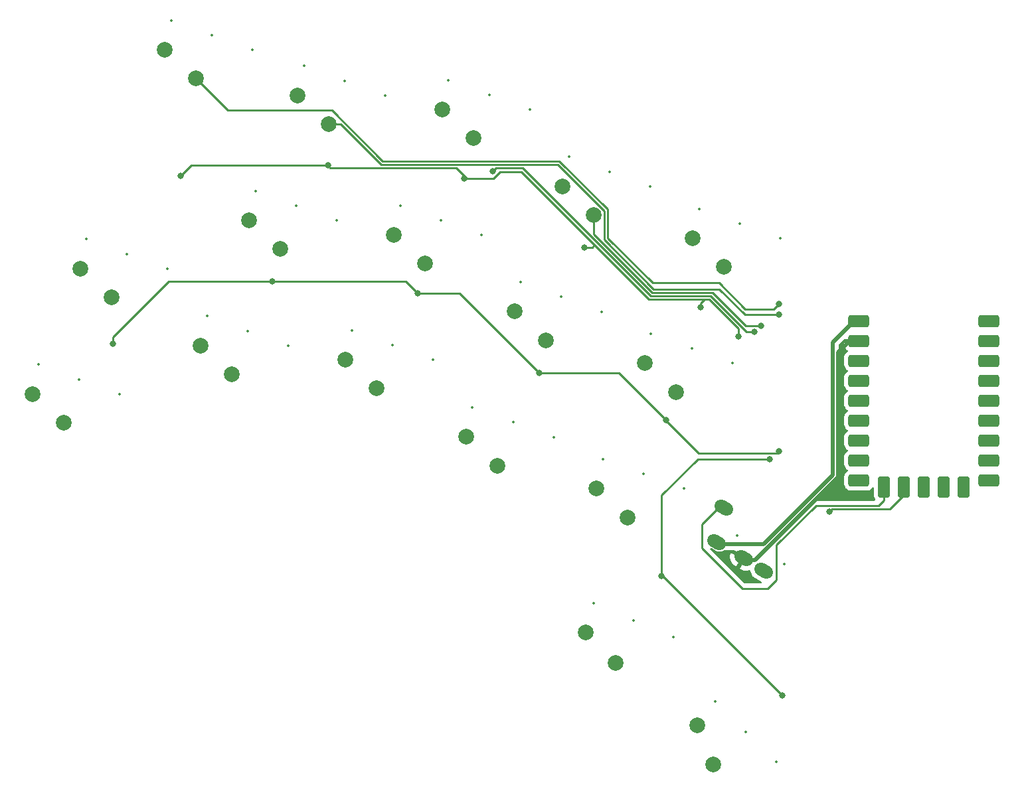
<source format=gbr>
%TF.GenerationSoftware,KiCad,Pcbnew,(6.0.11)*%
%TF.CreationDate,2024-04-13T23:12:41+09:00*%
%TF.ProjectId,haqua34_left,68617175-6133-4345-9f6c-6566742e6b69,rev?*%
%TF.SameCoordinates,Original*%
%TF.FileFunction,Copper,L1,Top*%
%TF.FilePolarity,Positive*%
%FSLAX46Y46*%
G04 Gerber Fmt 4.6, Leading zero omitted, Abs format (unit mm)*
G04 Created by KiCad (PCBNEW (6.0.11)) date 2024-04-13 23:12:41*
%MOMM*%
%LPD*%
G01*
G04 APERTURE LIST*
G04 Aperture macros list*
%AMRoundRect*
0 Rectangle with rounded corners*
0 $1 Rounding radius*
0 $2 $3 $4 $5 $6 $7 $8 $9 X,Y pos of 4 corners*
0 Add a 4 corners polygon primitive as box body*
4,1,4,$2,$3,$4,$5,$6,$7,$8,$9,$2,$3,0*
0 Add four circle primitives for the rounded corners*
1,1,$1+$1,$2,$3*
1,1,$1+$1,$4,$5*
1,1,$1+$1,$6,$7*
1,1,$1+$1,$8,$9*
0 Add four rect primitives between the rounded corners*
20,1,$1+$1,$2,$3,$4,$5,0*
20,1,$1+$1,$4,$5,$6,$7,0*
20,1,$1+$1,$6,$7,$8,$9,0*
20,1,$1+$1,$8,$9,$2,$3,0*%
%AMHorizOval*
0 Thick line with rounded ends*
0 $1 width*
0 $2 $3 position (X,Y) of the first rounded end (center of the circle)*
0 $4 $5 position (X,Y) of the second rounded end (center of the circle)*
0 Add line between two ends*
20,1,$1,$2,$3,$4,$5,0*
0 Add two circle primitives to create the rounded ends*
1,1,$1,$2,$3*
1,1,$1,$4,$5*%
G04 Aperture macros list end*
%TA.AperFunction,ComponentPad*%
%ADD10HorizOval,1.700000X-0.341056X0.208999X0.341056X-0.208999X0*%
%TD*%
%TA.AperFunction,ComponentPad*%
%ADD11C,2.000000*%
%TD*%
%TA.AperFunction,ComponentPad*%
%ADD12RoundRect,0.400050X-0.965950X-0.400050X0.965950X-0.400050X0.965950X0.400050X-0.965950X0.400050X0*%
%TD*%
%TA.AperFunction,ComponentPad*%
%ADD13RoundRect,0.393700X-0.393700X-0.994300X0.393700X-0.994300X0.393700X0.994300X-0.393700X0.994300X0*%
%TD*%
%TA.AperFunction,ComponentPad*%
%ADD14RoundRect,0.400000X-0.400000X-0.988000X0.400000X-0.988000X0.400000X0.988000X-0.400000X0.988000X0*%
%TD*%
%TA.AperFunction,ComponentPad*%
%ADD15RoundRect,0.400000X-0.966000X-0.400000X0.966000X-0.400000X0.966000X0.400000X-0.966000X0.400000X0*%
%TD*%
%TA.AperFunction,ViaPad*%
%ADD16C,0.800000*%
%TD*%
%TA.AperFunction,Conductor*%
%ADD17C,0.250000*%
%TD*%
%TA.AperFunction,Conductor*%
%ADD18C,0.500000*%
%TD*%
%ADD19C,0.350000*%
%ADD20HorizOval,1.000000X-0.213160X0.130625X0.213160X-0.130625X0*%
G04 APERTURE END LIST*
D10*
%TO.P,J1,A*%
%TO.N,data-rx-l*%
X112786093Y-95493973D03*
%TO.P,J1,B*%
%TO.N,data-tx-l*%
X117839040Y-103516299D03*
%TO.P,J1,C*%
%TO.N,GND*%
X115281120Y-101948803D03*
%TO.P,J1,D*%
%TO.N,VCC*%
X111870559Y-99858809D03*
%TD*%
D11*
%TO.P,SW4,2,2*%
%TO.N,Net-(D4-Pad2)*%
X92201860Y-54460731D03*
%TO.P,SW4,1,1*%
%TO.N,col3*%
X96182081Y-58144186D03*
%TD*%
%TO.P,SW15,2,2*%
%TO.N,Net-(D15-Pad2)*%
X96501860Y-93035731D03*
%TO.P,SW15,1,1*%
%TO.N,col4*%
X100482081Y-96719186D03*
%TD*%
%TO.P,SW3,2,2*%
%TO.N,Net-(D3-Pad2)*%
X76851860Y-44660731D03*
%TO.P,SW3,1,1*%
%TO.N,col2*%
X80832081Y-48344186D03*
%TD*%
%TO.P,SW16,2,2*%
%TO.N,Net-(D16-Pad2)*%
X95162697Y-111394263D03*
%TO.P,SW16,1,1*%
%TO.N,col3*%
X98944686Y-115280979D03*
%TD*%
%TO.P,SW8,2,2*%
%TO.N,Net-(D8-Pad2)*%
X70701860Y-60660731D03*
%TO.P,SW8,1,1*%
%TO.N,col2*%
X74682081Y-64344186D03*
%TD*%
%TO.P,SW10,2,2*%
%TO.N,Net-(D10-Pad2)*%
X102676860Y-77035731D03*
%TO.P,SW10,1,1*%
%TO.N,col4*%
X106657081Y-80719186D03*
%TD*%
%TO.P,SW5,2,2*%
%TO.N,Net-(D5-Pad2)*%
X108826860Y-61085731D03*
%TO.P,SW5,1,1*%
%TO.N,col4*%
X112807081Y-64769186D03*
%TD*%
%TO.P,SW9,2,2*%
%TO.N,Net-(D9-Pad2)*%
X86076860Y-70435731D03*
%TO.P,SW9,1,1*%
%TO.N,col3*%
X90057081Y-74119186D03*
%TD*%
%TO.P,SW7,2,2*%
%TO.N,Net-(D7-Pad2)*%
X52226860Y-58810731D03*
%TO.P,SW7,1,1*%
%TO.N,col1*%
X56207081Y-62494186D03*
%TD*%
%TO.P,SW12,2,2*%
%TO.N,Net-(D12-Pad2)*%
X46076860Y-74785731D03*
%TO.P,SW12,1,1*%
%TO.N,col1*%
X50057081Y-78469186D03*
%TD*%
%TO.P,SW13,2,2*%
%TO.N,Net-(D13-Pad2)*%
X64526860Y-76585731D03*
%TO.P,SW13,1,1*%
%TO.N,col2*%
X68507081Y-80269186D03*
%TD*%
D12*
%TO.P,RZ1,23,5V*%
%TO.N,VCC*%
X129993000Y-71665000D03*
%TO.P,RZ1,22,GND*%
%TO.N,GND*%
X129993000Y-74205000D03*
%TO.P,RZ1,21,3V3*%
%TO.N,unconnected-(RZ1-Pad21)*%
X129993000Y-76745000D03*
%TO.P,RZ1,20,GP29*%
%TO.N,row0*%
X129993000Y-79285000D03*
%TO.P,RZ1,19,GP28*%
%TO.N,col0*%
X129993000Y-81825000D03*
%TO.P,RZ1,18,GP27*%
%TO.N,col1*%
X129993000Y-84365000D03*
%TO.P,RZ1,17,GP26*%
%TO.N,col4*%
X129993000Y-86905000D03*
%TO.P,RZ1,16,GP15*%
%TO.N,col3*%
X129993000Y-89445000D03*
%TO.P,RZ1,15,GP14*%
%TO.N,col2*%
X129993000Y-91985000D03*
D13*
%TO.P,RZ1,14,GP13/UART0_RX*%
%TO.N,data-rx-l*%
X133199000Y-92883000D03*
%TO.P,RZ1,13,GP12/UART0_TX*%
%TO.N,data-tx-l*%
X135739000Y-92883000D03*
%TO.P,RZ1,12,GP11*%
%TO.N,row1*%
X138279000Y-92883000D03*
%TO.P,RZ1,11,GP10*%
%TO.N,row2*%
X140819000Y-92883000D03*
D14*
%TO.P,RZ1,10,GP9*%
%TO.N,row3*%
X143359000Y-92883000D03*
D12*
%TO.P,RZ1,9,GP8*%
%TO.N,unconnected-(RZ1-Pad9)*%
X146565000Y-91985000D03*
%TO.P,RZ1,8,GP7*%
%TO.N,unconnected-(RZ1-Pad8)*%
X146565000Y-89445000D03*
%TO.P,RZ1,7,GP6*%
%TO.N,unconnected-(RZ1-Pad7)*%
X146565000Y-86905000D03*
%TO.P,RZ1,6,GP5*%
%TO.N,unconnected-(RZ1-Pad6)*%
X146565000Y-84365000D03*
D15*
%TO.P,RZ1,5,GP4*%
%TO.N,unconnected-(RZ1-Pad5)*%
X146565000Y-81825000D03*
%TO.P,RZ1,4,GP3*%
%TO.N,unconnected-(RZ1-Pad4)*%
X146565000Y-79285000D03*
%TO.P,RZ1,3,GP2*%
%TO.N,unconnected-(RZ1-Pad3)*%
X146565000Y-76745000D03*
%TO.P,RZ1,2,GP1*%
%TO.N,unconnected-(RZ1-Pad2)*%
X146565000Y-74205000D03*
%TO.P,RZ1,1,GP0*%
%TO.N,unconnected-(RZ1-Pad1)*%
X146565000Y-71665000D03*
%TD*%
D11*
%TO.P,SW17,2,2*%
%TO.N,Net-(D17-Pad2)*%
X109352460Y-123201472D03*
%TO.P,SW17,1,1*%
%TO.N,col4*%
X111403070Y-128221930D03*
%TD*%
%TO.P,SW2,2,2*%
%TO.N,Net-(D2-Pad2)*%
X58401860Y-42860731D03*
%TO.P,SW2,1,1*%
%TO.N,col1*%
X62382081Y-46544186D03*
%TD*%
%TO.P,SW1,2,2*%
%TO.N,Net-(D1-Pad2)*%
X41475017Y-37035731D03*
%TO.P,SW1,1,1*%
%TO.N,col0*%
X45455238Y-40719186D03*
%TD*%
%TO.P,SW14,2,2*%
%TO.N,Net-(D14-Pad2)*%
X79901860Y-86435731D03*
%TO.P,SW14,1,1*%
%TO.N,col3*%
X83882081Y-90119186D03*
%TD*%
%TO.P,SW6,2,2*%
%TO.N,Net-(D6-Pad2)*%
X30701860Y-64960731D03*
%TO.P,SW6,1,1*%
%TO.N,col0*%
X34682081Y-68644186D03*
%TD*%
%TO.P,SW11,2,2*%
%TO.N,Net-(D11-Pad2)*%
X24601860Y-80960731D03*
%TO.P,SW11,1,1*%
%TO.N,col0*%
X28582081Y-84644186D03*
%TD*%
D16*
%TO.N,row1*%
X62287500Y-51787500D03*
X109825000Y-69900000D03*
X95000000Y-62275000D03*
X79650000Y-53500000D03*
X114606581Y-73600000D03*
X43550000Y-53125000D03*
%TO.N,row2*%
X55175000Y-66600000D03*
X34882581Y-74550000D03*
X89250000Y-78275000D03*
X119825000Y-88300000D03*
X105400000Y-84275000D03*
X73725000Y-68125000D03*
%TO.N,row3*%
X120250000Y-119450000D03*
X118625000Y-89275000D03*
X104850000Y-104175000D03*
%TO.N,data-tx-l*%
X126218885Y-96018885D03*
%TO.N,col2*%
X83275000Y-52575000D03*
X116650000Y-72999500D03*
%TO.N,col3*%
X117525000Y-72275000D03*
%TO.N,col1*%
X119825000Y-70875000D03*
%TO.N,col0*%
X119800000Y-69500000D03*
%TD*%
D17*
%TO.N,row1*%
X62287500Y-51787500D02*
X62600000Y-52100000D01*
X44887500Y-51787500D02*
X43550000Y-53125000D01*
X109825000Y-69425000D02*
X110325000Y-68925000D01*
X78700000Y-52150000D02*
X80050000Y-53500000D01*
X110938604Y-68925000D02*
X110325000Y-68925000D01*
X114606581Y-73600000D02*
X114606581Y-72592977D01*
X109825000Y-69900000D02*
X109825000Y-69425000D01*
X110325000Y-68925000D02*
X109350000Y-68925000D01*
X95975000Y-62275000D02*
X96294302Y-61955698D01*
X95000000Y-62275000D02*
X95975000Y-62275000D01*
X103250000Y-68925000D02*
X96525000Y-62200000D01*
X84275305Y-52600000D02*
X83375305Y-53500000D01*
X62600000Y-52100000D02*
X68852208Y-52100000D01*
X80050000Y-53500000D02*
X79650000Y-53500000D01*
X86938604Y-52600000D02*
X84275305Y-52600000D01*
X96294302Y-61955698D02*
X86938604Y-52600000D01*
X109450000Y-68925000D02*
X103250000Y-68925000D01*
X96538604Y-62200000D02*
X96294302Y-61955698D01*
X68852208Y-52100000D02*
X68902208Y-52150000D01*
X62287500Y-51787500D02*
X44887500Y-51787500D01*
X114606581Y-72592977D02*
X110938604Y-68925000D01*
X68902208Y-52150000D02*
X78700000Y-52150000D01*
X83375305Y-53500000D02*
X80050000Y-53500000D01*
%TO.N,row2*%
X41981834Y-66600000D02*
X55175000Y-66600000D01*
X55175000Y-66600000D02*
X72200000Y-66600000D01*
X34882581Y-73699253D02*
X41981834Y-66600000D01*
X119600000Y-88525000D02*
X119825000Y-88300000D01*
X79100000Y-68125000D02*
X89250000Y-78275000D01*
X34882581Y-74550000D02*
X34882581Y-73699253D01*
X105400000Y-84275000D02*
X105400000Y-84400000D01*
X89250000Y-78275000D02*
X99400000Y-78275000D01*
X105400000Y-84400000D02*
X109525000Y-88525000D01*
X109525000Y-88525000D02*
X119600000Y-88525000D01*
X72200000Y-66600000D02*
X73725000Y-68125000D01*
X73725000Y-68125000D02*
X79100000Y-68125000D01*
X99400000Y-78275000D02*
X105400000Y-84275000D01*
%TO.N,row3*%
X118625000Y-89275000D02*
X118600000Y-89300000D01*
X118600000Y-89300000D02*
X109450000Y-89300000D01*
X104850000Y-93900000D02*
X104850000Y-104175000D01*
X120250000Y-119450000D02*
X104975000Y-104175000D01*
X104975000Y-104175000D02*
X104850000Y-104175000D01*
X109450000Y-89300000D02*
X104850000Y-93900000D01*
%TO.N,data-rx-l*%
X124520013Y-95225000D02*
X132525000Y-95225000D01*
X109950000Y-97575000D02*
X109950000Y-100600000D01*
X119496039Y-100248974D02*
X124520013Y-95225000D01*
X115125000Y-105775000D02*
X118400000Y-105775000D01*
X132525000Y-95225000D02*
X133199000Y-94551000D01*
X109950000Y-100600000D02*
X115125000Y-105775000D01*
X118400000Y-105775000D02*
X119496039Y-104678961D01*
X133199000Y-94551000D02*
X133199000Y-92195000D01*
X119496039Y-104678961D02*
X119496039Y-100248974D01*
X112851934Y-95685026D02*
X111839974Y-95685026D01*
X111839974Y-95685026D02*
X109950000Y-97575000D01*
%TO.N,data-tx-l*%
X126218885Y-96018885D02*
X126562770Y-95675000D01*
X126562770Y-95675000D02*
X133950000Y-95675000D01*
X133950000Y-95675000D02*
X135739000Y-93886000D01*
X135739000Y-93886000D02*
X135739000Y-92195000D01*
%TO.N,GND*%
X128845000Y-74205000D02*
X130659000Y-74205000D01*
D18*
X127350000Y-91581841D02*
X127350000Y-75700000D01*
X116791985Y-102139856D02*
X127350000Y-91581841D01*
X115346961Y-102139856D02*
X116791985Y-102139856D01*
D17*
X115346961Y-102139856D02*
X115543401Y-101943416D01*
D18*
X127350000Y-75700000D02*
X128845000Y-74205000D01*
%TO.N,VCC*%
X126650000Y-91291891D02*
X126650000Y-74375000D01*
X111936400Y-100049862D02*
X111995301Y-100108763D01*
D17*
X129360000Y-71665000D02*
X130659000Y-71665000D01*
D18*
X114966958Y-100100000D02*
X117841891Y-100100000D01*
X126650000Y-74375000D02*
X129360000Y-71665000D01*
X114958195Y-100108763D02*
X114966958Y-100100000D01*
X117841891Y-100100000D02*
X126650000Y-91291891D01*
X111995301Y-100108763D02*
X114958195Y-100108763D01*
D17*
%TO.N,col2*%
X83700000Y-52150000D02*
X83275000Y-52575000D01*
X111125000Y-68475000D02*
X103450000Y-68475000D01*
X103450000Y-68475000D02*
X87125000Y-52150000D01*
X87125000Y-52150000D02*
X83700000Y-52150000D01*
X116650000Y-72999500D02*
X115649500Y-72999500D01*
X115649500Y-72999500D02*
X111125000Y-68475000D01*
%TO.N,col3*%
X115575000Y-72275000D02*
X111325000Y-68025000D01*
X96182081Y-60570685D02*
X96182081Y-58144186D01*
X117525000Y-72275000D02*
X115575000Y-72275000D01*
X103636396Y-68025000D02*
X96182081Y-60570685D01*
X111325000Y-68025000D02*
X103636396Y-68025000D01*
%TO.N,col1*%
X69088604Y-51700000D02*
X63932790Y-46544186D01*
X97507081Y-57595353D02*
X91611728Y-51700000D01*
X63932790Y-46544186D02*
X62382081Y-46544186D01*
X103822792Y-67575000D02*
X97507081Y-61259289D01*
X115475000Y-70875000D02*
X112175000Y-67575000D01*
X91611728Y-51700000D02*
X69088604Y-51700000D01*
X112175000Y-67575000D02*
X103822792Y-67575000D01*
X97507081Y-61259289D02*
X97507081Y-57595353D01*
X119825000Y-70875000D02*
X115475000Y-70875000D01*
%TO.N,col0*%
X97957081Y-61072893D02*
X97957081Y-57408957D01*
X69275000Y-51250000D02*
X62800000Y-44775000D01*
X115525000Y-70150000D02*
X112175000Y-66800000D01*
X112175000Y-66800000D02*
X103684188Y-66800000D01*
X103684188Y-66800000D02*
X97957081Y-61072893D01*
X119800000Y-69500000D02*
X119150000Y-70150000D01*
X49511052Y-44775000D02*
X45455238Y-40719186D01*
X91798124Y-51250000D02*
X69275000Y-51250000D01*
X62800000Y-44775000D02*
X49511052Y-44775000D01*
X119150000Y-70150000D02*
X115525000Y-70150000D01*
X97957081Y-57408957D02*
X91798124Y-51250000D01*
%TD*%
%TA.AperFunction,Conductor*%
%TO.N,GND*%
G36*
X111218989Y-100632941D02*
G01*
X111286586Y-100674364D01*
X111729449Y-100945751D01*
X111729455Y-100945754D01*
X111732170Y-100947418D01*
X111869309Y-101013418D01*
X111875494Y-101014971D01*
X111875495Y-101014972D01*
X111964784Y-101037400D01*
X112066442Y-101062935D01*
X112072820Y-101063213D01*
X112072824Y-101063214D01*
X112263127Y-101071522D01*
X112263131Y-101071522D01*
X112269505Y-101071800D01*
X112470204Y-101039654D01*
X112660338Y-100967807D01*
X112761695Y-100903732D01*
X112801197Y-100878760D01*
X112868525Y-100859263D01*
X113953742Y-100859263D01*
X114019577Y-100877830D01*
X115197264Y-101599518D01*
X115522972Y-101799112D01*
X115570603Y-101851760D01*
X115582210Y-101921801D01*
X115564570Y-101972380D01*
X115396682Y-102246350D01*
X115396681Y-102246351D01*
X115364976Y-102298088D01*
X114797603Y-103223958D01*
X114793456Y-103239291D01*
X114794012Y-103241044D01*
X114799686Y-103246481D01*
X114959686Y-103344528D01*
X114964358Y-103347126D01*
X115111264Y-103420850D01*
X115121137Y-103424800D01*
X115331386Y-103488879D01*
X115341776Y-103491106D01*
X115559809Y-103518842D01*
X115570438Y-103519288D01*
X115790025Y-103509893D01*
X115800572Y-103508542D01*
X116019574Y-103461390D01*
X116090378Y-103466606D01*
X116147123Y-103509274D01*
X116168613Y-103555153D01*
X116211096Y-103732106D01*
X116212381Y-103737458D01*
X116214576Y-103742506D01*
X116214577Y-103742509D01*
X116225001Y-103766482D01*
X116306609Y-103954166D01*
X116437035Y-104151218D01*
X116518367Y-104236924D01*
X116595910Y-104318638D01*
X116595914Y-104318642D01*
X116599698Y-104322629D01*
X116604120Y-104325901D01*
X116604121Y-104325902D01*
X116739862Y-104426346D01*
X116739874Y-104426354D01*
X116742074Y-104427982D01*
X117524739Y-104907598D01*
X117527190Y-104908820D01*
X117527208Y-104908830D01*
X117531036Y-104910738D01*
X117583075Y-104959033D01*
X117600743Y-105027796D01*
X117578430Y-105095195D01*
X117523220Y-105139832D01*
X117474816Y-105149500D01*
X115436281Y-105149500D01*
X115368160Y-105129498D01*
X115347186Y-105112595D01*
X112078367Y-101843776D01*
X113581567Y-101843776D01*
X113582420Y-101854373D01*
X113618508Y-102071183D01*
X113621133Y-102081482D01*
X113693233Y-102289108D01*
X113697558Y-102298823D01*
X113803611Y-102491334D01*
X113809512Y-102500182D01*
X113946480Y-102672066D01*
X113953795Y-102679800D01*
X114118645Y-102826936D01*
X114125181Y-102832037D01*
X114140521Y-102842463D01*
X114142998Y-102844062D01*
X114339550Y-102964509D01*
X114354882Y-102968656D01*
X114356637Y-102968099D01*
X114362073Y-102962425D01*
X114922370Y-102048105D01*
X114926517Y-102032772D01*
X114925961Y-102031019D01*
X114920286Y-102025582D01*
X113685112Y-101268666D01*
X113671500Y-101264984D01*
X113664655Y-101273235D01*
X113624164Y-101386633D01*
X113621449Y-101396909D01*
X113583470Y-101613398D01*
X113582526Y-101623983D01*
X113581567Y-101843776D01*
X112078367Y-101843776D01*
X111064060Y-100829469D01*
X111030034Y-100767157D01*
X111035099Y-100696342D01*
X111077646Y-100639506D01*
X111144166Y-100614695D01*
X111218989Y-100632941D01*
G37*
%TD.AperFunction*%
%TA.AperFunction,Conductor*%
G36*
X130189121Y-73971002D02*
G01*
X130235614Y-74024658D01*
X130247000Y-74077000D01*
X130247000Y-74333000D01*
X130226998Y-74401121D01*
X130173342Y-74447614D01*
X130121000Y-74459000D01*
X128137115Y-74459000D01*
X128121876Y-74463475D01*
X128120671Y-74464865D01*
X128119000Y-74472548D01*
X128119000Y-74666139D01*
X128119193Y-74671065D01*
X128124786Y-74742130D01*
X128126733Y-74753457D01*
X128172936Y-74925890D01*
X128177637Y-74938136D01*
X128258304Y-75096453D01*
X128265454Y-75107464D01*
X128377274Y-75245549D01*
X128386551Y-75254826D01*
X128524637Y-75366647D01*
X128535693Y-75373827D01*
X128581928Y-75427704D01*
X128591695Y-75498026D01*
X128561893Y-75562465D01*
X128537283Y-75583788D01*
X128533874Y-75585525D01*
X128386758Y-75704658D01*
X128382607Y-75709784D01*
X128273430Y-75844606D01*
X128267625Y-75851774D01*
X128181684Y-76020444D01*
X128132688Y-76203297D01*
X128132235Y-76209047D01*
X128132235Y-76209050D01*
X128128346Y-76258472D01*
X128126500Y-76281925D01*
X128126501Y-77208074D01*
X128127306Y-77218305D01*
X128132231Y-77280889D01*
X128132688Y-77286703D01*
X128154479Y-77368028D01*
X128171558Y-77431764D01*
X128181684Y-77469556D01*
X128267625Y-77638226D01*
X128271776Y-77643352D01*
X128271778Y-77643355D01*
X128341278Y-77729179D01*
X128386758Y-77785342D01*
X128533874Y-77904475D01*
X128539757Y-77907473D01*
X128542614Y-77909328D01*
X128588850Y-77963204D01*
X128598620Y-78033525D01*
X128568820Y-78097965D01*
X128542614Y-78120672D01*
X128539757Y-78122527D01*
X128533874Y-78125525D01*
X128386758Y-78244658D01*
X128382607Y-78249784D01*
X128316599Y-78331297D01*
X128267625Y-78391774D01*
X128181684Y-78560444D01*
X128132688Y-78743297D01*
X128132235Y-78749047D01*
X128132235Y-78749050D01*
X128127028Y-78815221D01*
X128126500Y-78821925D01*
X128126501Y-79748074D01*
X128128693Y-79775927D01*
X128132231Y-79820889D01*
X128132688Y-79826703D01*
X128141496Y-79859573D01*
X128179711Y-80002191D01*
X128181684Y-80009556D01*
X128267625Y-80178226D01*
X128271776Y-80183352D01*
X128271778Y-80183355D01*
X128360096Y-80292418D01*
X128386758Y-80325342D01*
X128533874Y-80444475D01*
X128539757Y-80447473D01*
X128542614Y-80449328D01*
X128588850Y-80503204D01*
X128598620Y-80573525D01*
X128568820Y-80637965D01*
X128542614Y-80660672D01*
X128539757Y-80662527D01*
X128533874Y-80665525D01*
X128386758Y-80784658D01*
X128382607Y-80789784D01*
X128273965Y-80923945D01*
X128267625Y-80931774D01*
X128181684Y-81100444D01*
X128179976Y-81106819D01*
X128179975Y-81106821D01*
X128178821Y-81111129D01*
X128132688Y-81283297D01*
X128132235Y-81289047D01*
X128132235Y-81289050D01*
X128126782Y-81358347D01*
X128126500Y-81361925D01*
X128126501Y-82288074D01*
X128126695Y-82290534D01*
X128132231Y-82360889D01*
X128132688Y-82366703D01*
X128143376Y-82406590D01*
X128166987Y-82494705D01*
X128181684Y-82549556D01*
X128267625Y-82718226D01*
X128271776Y-82723352D01*
X128271778Y-82723355D01*
X128302124Y-82760829D01*
X128386758Y-82865342D01*
X128533874Y-82984475D01*
X128539757Y-82987473D01*
X128542614Y-82989328D01*
X128588850Y-83043204D01*
X128598620Y-83113525D01*
X128568820Y-83177965D01*
X128542614Y-83200672D01*
X128539757Y-83202527D01*
X128533874Y-83205525D01*
X128386758Y-83324658D01*
X128382607Y-83329784D01*
X128291093Y-83442794D01*
X128267625Y-83471774D01*
X128181684Y-83640444D01*
X128179976Y-83646819D01*
X128179975Y-83646821D01*
X128166622Y-83696654D01*
X128132688Y-83823297D01*
X128132235Y-83829047D01*
X128132235Y-83829050D01*
X128126694Y-83899466D01*
X128126500Y-83901925D01*
X128126501Y-84828074D01*
X128132688Y-84906703D01*
X128150368Y-84972685D01*
X128175078Y-85064901D01*
X128181684Y-85089556D01*
X128267625Y-85258226D01*
X128271776Y-85263352D01*
X128271778Y-85263355D01*
X128312427Y-85313552D01*
X128386758Y-85405342D01*
X128533874Y-85524475D01*
X128539757Y-85527473D01*
X128542614Y-85529328D01*
X128588850Y-85583204D01*
X128598620Y-85653525D01*
X128568820Y-85717965D01*
X128542614Y-85740672D01*
X128539757Y-85742527D01*
X128533874Y-85745525D01*
X128386758Y-85864658D01*
X128382607Y-85869784D01*
X128277632Y-85999417D01*
X128267625Y-86011774D01*
X128181684Y-86180444D01*
X128179976Y-86186819D01*
X128179975Y-86186821D01*
X128177791Y-86194971D01*
X128132688Y-86363297D01*
X128132235Y-86369047D01*
X128132235Y-86369050D01*
X128126694Y-86439466D01*
X128126500Y-86441925D01*
X128126501Y-87368074D01*
X128126695Y-87370534D01*
X128132071Y-87438856D01*
X128132688Y-87446703D01*
X128147284Y-87501174D01*
X128167200Y-87575500D01*
X128181684Y-87629556D01*
X128267625Y-87798226D01*
X128271776Y-87803352D01*
X128271778Y-87803355D01*
X128355698Y-87906986D01*
X128386758Y-87945342D01*
X128533874Y-88064475D01*
X128539757Y-88067473D01*
X128542614Y-88069328D01*
X128588850Y-88123204D01*
X128598620Y-88193525D01*
X128568820Y-88257965D01*
X128542614Y-88280672D01*
X128539757Y-88282527D01*
X128533874Y-88285525D01*
X128386758Y-88404658D01*
X128382607Y-88409784D01*
X128322925Y-88483485D01*
X128267625Y-88551774D01*
X128181684Y-88720444D01*
X128132688Y-88903297D01*
X128132235Y-88909047D01*
X128132235Y-88909050D01*
X128126694Y-88979466D01*
X128126500Y-88981925D01*
X128126501Y-89908074D01*
X128126695Y-89910534D01*
X128131864Y-89976228D01*
X128132688Y-89986703D01*
X128147718Y-90042794D01*
X128172011Y-90133455D01*
X128181684Y-90169556D01*
X128267625Y-90338226D01*
X128271776Y-90343352D01*
X128271778Y-90343355D01*
X128360264Y-90452625D01*
X128386758Y-90485342D01*
X128533874Y-90604475D01*
X128539757Y-90607473D01*
X128542614Y-90609328D01*
X128588850Y-90663204D01*
X128598620Y-90733525D01*
X128568820Y-90797965D01*
X128542614Y-90820672D01*
X128539757Y-90822527D01*
X128533874Y-90825525D01*
X128386758Y-90944658D01*
X128382607Y-90949784D01*
X128279317Y-91077336D01*
X128267625Y-91091774D01*
X128181684Y-91260444D01*
X128179976Y-91266819D01*
X128179975Y-91266821D01*
X128171830Y-91297220D01*
X128132688Y-91443297D01*
X128132235Y-91449047D01*
X128132235Y-91449050D01*
X128126694Y-91519466D01*
X128126500Y-91521925D01*
X128126501Y-92448074D01*
X128126695Y-92450534D01*
X128132226Y-92520827D01*
X128132688Y-92526703D01*
X128181684Y-92709556D01*
X128267625Y-92878226D01*
X128271776Y-92883352D01*
X128271778Y-92883355D01*
X128311420Y-92932308D01*
X128386758Y-93025342D01*
X128391884Y-93029493D01*
X128528745Y-93140322D01*
X128528748Y-93140324D01*
X128533874Y-93144475D01*
X128702544Y-93230416D01*
X128708919Y-93232124D01*
X128708921Y-93232125D01*
X128758001Y-93245276D01*
X128885397Y-93279412D01*
X128891147Y-93279865D01*
X128891150Y-93279865D01*
X128961568Y-93285407D01*
X128961577Y-93285407D01*
X128964025Y-93285600D01*
X129992583Y-93285600D01*
X131021974Y-93285599D01*
X131057923Y-93282770D01*
X131094852Y-93279865D01*
X131094857Y-93279864D01*
X131100603Y-93279412D01*
X131186494Y-93256397D01*
X131277079Y-93232125D01*
X131277081Y-93232124D01*
X131283456Y-93230416D01*
X131452126Y-93144475D01*
X131457252Y-93140324D01*
X131457255Y-93140322D01*
X131594116Y-93029493D01*
X131599242Y-93025342D01*
X131640845Y-92973967D01*
X131687181Y-92916748D01*
X131745596Y-92876396D01*
X131816553Y-92874032D01*
X131877524Y-92910405D01*
X131909152Y-92973967D01*
X131911101Y-92996038D01*
X131911101Y-93939888D01*
X131917244Y-94017954D01*
X131918738Y-94023529D01*
X131961223Y-94182084D01*
X131965894Y-94199518D01*
X132051229Y-94366999D01*
X132055384Y-94372130D01*
X132055386Y-94372133D01*
X132073260Y-94394206D01*
X132100586Y-94459733D01*
X132088146Y-94529631D01*
X132039892Y-94581708D01*
X131975340Y-94599500D01*
X124707948Y-94599500D01*
X124639827Y-94579498D01*
X124593334Y-94525842D01*
X124583230Y-94455568D01*
X124612724Y-94390988D01*
X124618853Y-94384405D01*
X127133689Y-91869569D01*
X127148102Y-91857182D01*
X127159425Y-91848850D01*
X127159429Y-91848846D01*
X127165324Y-91844508D01*
X127199151Y-91804691D01*
X127206071Y-91797187D01*
X127211670Y-91791588D01*
X127229114Y-91769540D01*
X127231883Y-91766164D01*
X127273892Y-91716716D01*
X127273894Y-91716713D01*
X127278632Y-91711136D01*
X127281960Y-91704617D01*
X127285235Y-91699707D01*
X127288336Y-91694687D01*
X127292881Y-91688942D01*
X127323447Y-91623542D01*
X127325375Y-91619596D01*
X127328111Y-91614238D01*
X127358219Y-91555275D01*
X127359958Y-91548166D01*
X127362017Y-91542631D01*
X127363883Y-91537023D01*
X127366979Y-91530398D01*
X127368742Y-91521925D01*
X127381683Y-91459707D01*
X127382654Y-91455418D01*
X127389026Y-91429376D01*
X127399815Y-91385285D01*
X127400500Y-91374243D01*
X127400531Y-91374245D01*
X127400780Y-91370121D01*
X127401128Y-91366219D01*
X127402617Y-91359061D01*
X127400546Y-91282513D01*
X127400500Y-91279105D01*
X127400500Y-74738057D01*
X127420502Y-74669936D01*
X127437405Y-74648962D01*
X128098462Y-73987905D01*
X128160774Y-73953879D01*
X128187557Y-73951000D01*
X130121000Y-73951000D01*
X130189121Y-73971002D01*
G37*
%TD.AperFunction*%
%TD*%
D19*
X62287500Y-51787500D03*
X109825000Y-69900000D03*
X95000000Y-62275000D03*
X79650000Y-53500000D03*
X114606581Y-73600000D03*
X43550000Y-53125000D03*
X55175000Y-66600000D03*
X34882581Y-74550000D03*
X89250000Y-78275000D03*
X119825000Y-88300000D03*
X105400000Y-84275000D03*
X73725000Y-68125000D03*
X120250000Y-119450000D03*
X118625000Y-89275000D03*
X104850000Y-104175000D03*
X126218885Y-96018885D03*
X83275000Y-52575000D03*
X116650000Y-72999500D03*
X117525000Y-72275000D03*
X119825000Y-70875000D03*
X119800000Y-69500000D03*
X114502559Y-99008762D03*
X120471040Y-102666252D03*
D20*
X112786093Y-95493973D03*
X117839040Y-103516299D03*
X115281120Y-101948803D03*
X111870559Y-99858809D03*
D19*
X92201860Y-54460731D03*
X96182081Y-58144186D03*
X98200000Y-52600000D03*
X103368309Y-54481111D03*
X93031691Y-50718889D03*
X96501860Y-93035731D03*
X100482081Y-96719186D03*
X107668309Y-93056111D03*
X97331691Y-89293889D03*
X102500000Y-91175000D03*
X76851860Y-44660731D03*
X80832081Y-48344186D03*
X88018309Y-44681111D03*
X77681691Y-40918889D03*
X82850000Y-42800000D03*
X95162697Y-111394263D03*
X98944686Y-115280979D03*
X101250000Y-109850000D03*
X96187223Y-107700979D03*
X106312777Y-111999021D03*
X70701860Y-60660731D03*
X74682081Y-64344186D03*
X81868309Y-60681111D03*
X76700000Y-58800000D03*
X71531691Y-56918889D03*
X102676860Y-77035731D03*
X106657081Y-80719186D03*
X103506691Y-73293889D03*
X108675000Y-75175000D03*
X113843309Y-77056111D03*
X108826860Y-61085731D03*
X112807081Y-64769186D03*
X109656691Y-57343889D03*
X114825000Y-59225000D03*
X119993309Y-61106111D03*
X86076860Y-70435731D03*
X90057081Y-74119186D03*
X86906691Y-66693889D03*
X97243309Y-70456111D03*
X92075000Y-68575000D03*
X52226860Y-58810731D03*
X56207081Y-62494186D03*
X58225000Y-56950000D03*
X63393309Y-58831111D03*
X53056691Y-55068889D03*
X46076860Y-74785731D03*
X50057081Y-78469186D03*
X46906691Y-71043889D03*
X57243309Y-74806111D03*
X52075000Y-72925000D03*
X64526860Y-76585731D03*
X68507081Y-80269186D03*
X75693309Y-76606111D03*
X65356691Y-72843889D03*
X70525000Y-74725000D03*
X130659000Y-71665000D03*
X130659000Y-74205000D03*
X130659000Y-76745000D03*
X130659000Y-79285000D03*
X130659000Y-81825000D03*
X130659000Y-84365000D03*
X130659000Y-86905000D03*
X130659000Y-89445000D03*
X130659000Y-91985000D03*
X133199000Y-92195000D03*
X135739000Y-92195000D03*
X138279000Y-92195000D03*
X140819000Y-92195000D03*
X143359000Y-92195000D03*
X145899000Y-91985000D03*
X145899000Y-89445000D03*
X145899000Y-86905000D03*
X145899000Y-84365000D03*
X145899000Y-81825000D03*
X145899000Y-79285000D03*
X145899000Y-76745000D03*
X145899000Y-74205000D03*
X145899000Y-71665000D03*
X109352460Y-123201472D03*
X111403070Y-128221930D03*
X119464087Y-127939087D03*
X115575000Y-124050000D03*
X111685913Y-120160913D03*
X58401860Y-42860731D03*
X62382081Y-46544186D03*
X69568309Y-42881111D03*
X59231691Y-39118889D03*
X64400000Y-41000000D03*
X41475017Y-37035731D03*
X45455238Y-40719186D03*
X47473157Y-35175000D03*
X42304848Y-33293889D03*
X52641466Y-37056111D03*
X79901860Y-86435731D03*
X83882081Y-90119186D03*
X80731691Y-82693889D03*
X85900000Y-84575000D03*
X91068309Y-86456111D03*
X30701860Y-64960731D03*
X34682081Y-68644186D03*
X41868309Y-64981111D03*
X36700000Y-63100000D03*
X31531691Y-61218889D03*
X24601860Y-80960731D03*
X28582081Y-84644186D03*
X30600000Y-79100000D03*
X35768309Y-80981111D03*
X25431691Y-77218889D03*
M02*

</source>
